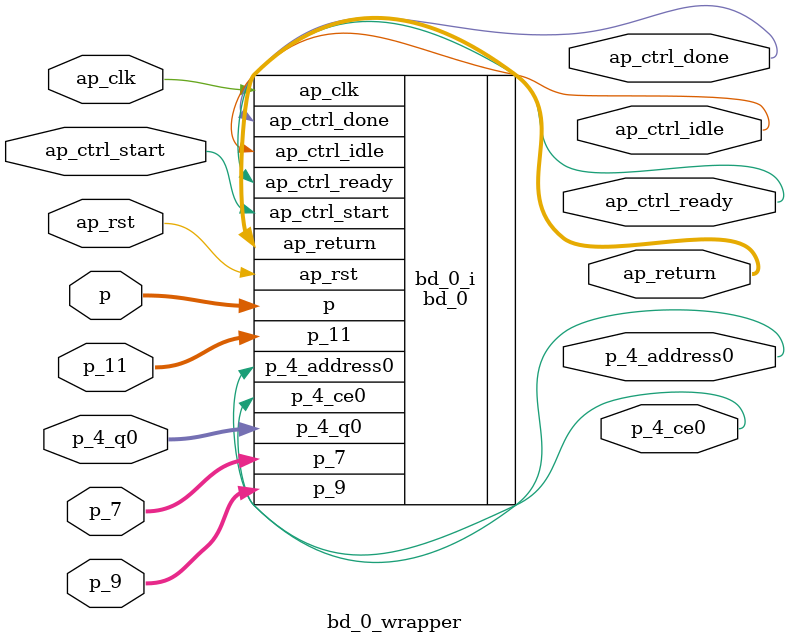
<source format=v>
`timescale 1 ps / 1 ps

module bd_0_wrapper
   (ap_clk,
    ap_ctrl_done,
    ap_ctrl_idle,
    ap_ctrl_ready,
    ap_ctrl_start,
    ap_return,
    ap_rst,
    p,
    p_11,
    p_4_address0,
    p_4_ce0,
    p_4_q0,
    p_7,
    p_9);
  input ap_clk;
  output ap_ctrl_done;
  output ap_ctrl_idle;
  output ap_ctrl_ready;
  input ap_ctrl_start;
  output [31:0]ap_return;
  input ap_rst;
  input [31:0]p;
  input [31:0]p_11;
  output [0:0]p_4_address0;
  output p_4_ce0;
  input [7:0]p_4_q0;
  input [63:0]p_7;
  input [7:0]p_9;

  wire ap_clk;
  wire ap_ctrl_done;
  wire ap_ctrl_idle;
  wire ap_ctrl_ready;
  wire ap_ctrl_start;
  wire [31:0]ap_return;
  wire ap_rst;
  wire [31:0]p;
  wire [31:0]p_11;
  wire [0:0]p_4_address0;
  wire p_4_ce0;
  wire [7:0]p_4_q0;
  wire [63:0]p_7;
  wire [7:0]p_9;

  bd_0 bd_0_i
       (.ap_clk(ap_clk),
        .ap_ctrl_done(ap_ctrl_done),
        .ap_ctrl_idle(ap_ctrl_idle),
        .ap_ctrl_ready(ap_ctrl_ready),
        .ap_ctrl_start(ap_ctrl_start),
        .ap_return(ap_return),
        .ap_rst(ap_rst),
        .p(p),
        .p_11(p_11),
        .p_4_address0(p_4_address0),
        .p_4_ce0(p_4_ce0),
        .p_4_q0(p_4_q0),
        .p_7(p_7),
        .p_9(p_9));
endmodule

</source>
